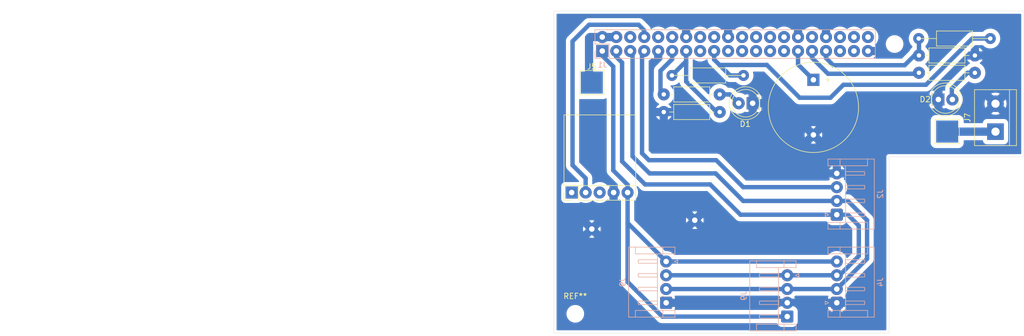
<source format=kicad_pcb>
(kicad_pcb (version 20240108) (generator "pcbnew") (generator_version "8.0")
  (layers (0 "F.Cu" signal) (31 "B.Cu" signal) (34 "B.Paste" user) (35 "F.Paste" user) (36 "B.SilkS" user "B.Silkscreen") (37 "F.SilkS" user "F.Silkscreen") (38 "B.Mask" user) (39 "F.Mask" user) (44 "Edge.Cuts" user))
  (net 0 "")
  (net 1 "GPIO5")
  (net 2 "GPIO13")
  (net 3 "Net-(D1-A)")
  (net 5 "Net-(D2-A)")
  (net 6 "+3.3V")
  (net 7 "TX")
  (net 9 "RX")
  (net 10 "GND")
  (net 13 "GPIO6")
  (net 17 "GPIO27")
  (net 20 "GPIO17")
  (net 21 "+5V")
  (net 23 "SDA")
  (net 28 "SCL")
  (net 33 "GPIO4")
  (net 35 "Net-(J5-Pin_1)")
  (footprint "Library_komsos:MountingHole_2.2mm_M2" (layer "F.Cu") (at 149.5 102)
    (property "Reference" "REF**" (at 0 -3.2 0) (layer "F.SilkS"))
    (property "Value" "MountingHole_2.2mm_M2")
    (pad "" np_thru_hole circle (at 0 0) (size 2.2 2.2) (drill 2.2) (layers "F&B.Cu" "*.Mask") (clearance 0.5))
  )
  (footprint "Library_komsos:TestPoint_Pad_4.0x4.0mm_KOSMOS" (layer "F.Cu") (at 152.5 60)
    (property "Reference" "J5" (at 0 -2.898 0) (layer "F.SilkS"))
    (property "Value" "Conn_01x01_Socket_Solder_Pad" (hide yes))
    (fp_line (start -2.2 -2.2) (end 2.2 -2.2) (stroke (width 0.12)) (layer "F.SilkS"))
    (fp_line (start -2.2 2.2) (end -2.2 -2.2) (stroke (width 0.12)) (layer "F.SilkS"))
    (fp_line (start 2.2 -2.2) (end 2.2 2.2) (stroke (width 0.12)) (layer "F.SilkS"))
    (fp_line (start 2.2 2.2) (end -2.2 2.2) (stroke (width 0.12)) (layer "F.SilkS"))
    (pad "1" smd rect (at 0 0) (size 4 4) (layers "B.Cu" "B.Mask") (net 35 "Net-(J5-Pin_1)") (clearance 1))
  )
  (footprint "" (layer "F.Cu") (at 171.2 85)
    (property "Reference" "" (at 0 0 0) (layer "F.SilkS") (effects (font (size 1.27 1.27))))
    (property "Value" "")
    (pad "2" thru_hole circle (at 0 0 270) (size 2.2 2.2) (drill 1) (layers "*.Cu" "*.Mask") (net 10 "GND"))
  )
  (footprint "Library_komsos:R_Axial_DIN0207_L6.3mm_D2.5mm_P10.16mm_Horizontal_v2.2mm" (layer "F.Cu") (at 211.92 58.225)
    (property "Reference" "R2" (hide yes))
    (property "Value" "260")
    (fp_line (start 1.04 0) (end 1.81 0) (stroke (width 0.12)) (layer "F.SilkS"))
    (fp_line (start 1.81 -1.37) (end 1.81 1.37) (stroke (width 0.12)) (layer "F.SilkS"))
    (fp_line (start 1.81 1.37) (end 8.35 1.37) (stroke (width 0.12)) (layer "F.SilkS"))
    (fp_line (start 8.35 -1.37) (end 1.81 -1.37) (stroke (width 0.12)) (layer "F.SilkS"))
    (fp_line (start 8.35 1.37) (end 8.35 -1.37) (stroke (width 0.12)) (layer "F.SilkS"))
    (fp_line (start 9.12 0) (end 8.35 0) (stroke (width 0.12)) (layer "F.SilkS"))
    (pad "1" thru_hole oval (at 0 0) (size 2.2 2.2) (drill 0.8) (layers "*.Cu" "*.Mask") (net 13 "GPIO6"))
    (pad "2" thru_hole oval (at 10.16 0) (size 2.2 2.2) (drill 0.8) (layers "*.Cu" "*.Mask") (net 5 "Net-(D2-A)"))
  )
  (footprint "Library_komsos:R_Axial_DIN0207_L6.3mm_D2.5mm_P13.24mm_Horizontal_v2mm" (layer "F.Cu") (at 211.88 52)
    (property "Reference" "SW2" (hide yes))
    (property "Value" "SW_OFF")
    (fp_line (start -0.08 0) (end 3.23 0) (stroke (width 0.12)) (layer "F.SilkS"))
    (fp_line (start 3.23 -1.37) (end 3.23 1.37) (stroke (width 0.12)) (layer "F.SilkS"))
    (fp_line (start 3.23 1.37) (end 9.77 1.37) (stroke (width 0.12)) (layer "F.SilkS"))
    (fp_line (start 9.77 -1.37) (end 3.23 -1.37) (stroke (width 0.12)) (layer "F.SilkS"))
    (fp_line (start 9.77 1.37) (end 9.77 -1.37) (stroke (width 0.12)) (layer "F.SilkS"))
    (fp_line (start 13 0) (end 9.795 0) (stroke (width 0.12)) (layer "F.SilkS"))
    (pad "1" thru_hole circle (at 0 0) (size 2 2) (drill 0.8) (layers "*.Cu" "*.Mask") (net 2 "GPIO13"))
    (pad "2" thru_hole oval (at 13 0) (size 2 2) (drill 0.8) (layers "*.Cu" "*.Mask") (net 6 "+3.3V"))
  )
  (footprint "Library_komsos:R_Axial_DIN0207_L6.3mm_D2.5mm_P13.24mm_Horizontal_v2mm" (layer "F.Cu") (at 167.05 58.7)
    (property "Reference" "SW1" (hide yes))
    (property "Value" "SW_REC")
    (fp_line (start -0.08 0) (end 3.23 0) (stroke (width 0.12)) (layer "F.SilkS"))
    (fp_line (start 3.23 -1.37) (end 3.23 1.37) (stroke (width 0.12)) (layer "F.SilkS"))
    (fp_line (start 3.23 1.37) (end 9.77 1.37) (stroke (width 0.12)) (layer "F.SilkS"))
    (fp_line (start 9.77 -1.37) (end 3.23 -1.37) (stroke (width 0.12)) (layer "F.SilkS"))
    (fp_line (start 9.77 1.37) (end 9.77 -1.37) (stroke (width 0.12)) (layer "F.SilkS"))
    (fp_line (start 13 0) (end 9.795 0) (stroke (width 0.12)) (layer "F.SilkS"))
    (pad "1" thru_hole circle (at 0 0) (size 2 2) (drill 0.8) (layers "*.Cu" "*.Mask") (net 17 "GPIO27"))
    (pad "2" thru_hole oval (at 13 0) (size 2 2) (drill 0.8) (layers "*.Cu" "*.Mask") (net 6 "+3.3V"))
  )
  (footprint "Library_komsos:TerminalBlock_bornier-2_P5.08mm_v3mm" (layer "F.Cu") (at 225.825 68.915 90)
    (property "Reference" "J7" (at 2.54 -5.08 90) (layer "F.SilkS"))
    (property "Value" "Alim_Principale")
    (fp_line (start 7.62 -3.81) (end -2.54 -3.81) (stroke (width 0.12)) (layer "F.SilkS"))
    (fp_line (start -2.54 -3.81) (end -2.54 3.81) (stroke (width 0.12)) (layer "F.SilkS"))
    (fp_line (start 7.62 2.54) (end -2.54 2.54) (stroke (width 0.12)) (layer "F.SilkS"))
    (fp_line (start 7.62 3.81) (end 7.62 -3.81) (stroke (width 0.12)) (layer "F.SilkS"))
    (fp_line (start -2.54 3.81) (end 7.62 3.81) (stroke (width 0.12)) (layer "F.SilkS"))
    (pad "1" thru_hole rect (at 0 0 90) (size 3 3) (drill 1.5) (layers "*.Cu" "*.Mask") (net 21 "+5V"))
    (pad "2" thru_hole circle (at 5.08 0 90) (size 3 3) (drill 1.5) (layers "*.Cu" "*.Mask") (net 10 "GND"))
  )
  (footprint "Library_komsos:Buzzer_D16.8_H8.2_P10_v2.2" (layer "F.Cu") (at 192.75 59.5 -90)
    (property "Reference" "BZ1" (hide yes))
    (property "Value" "Buzzer")
    (fp_circle (center 5 0) (end 13.2 0) (stroke (width 0.12)) (fill none) (layer "F.SilkS"))
    (fp_text user "+" (at 0 -2.54 90) (layer "F.SilkS"))
    (pad "1" thru_hole rect (at 0 0 270) (size 2.2 2.2) (drill 1) (layers "*.Cu" "*.Mask") (net 1 "GPIO5"))
    (pad "2" thru_hole circle (at 10 0 270) (size 2.2 2.2) (drill 1) (layers "*.Cu" "*.Mask") (net 10 "GND"))
  )
  (footprint "Library_komsos:GPS_BDS_BeiDou_Dual_Module_v2.2mm" (layer "F.Cu") (at 148.84 79.97 90)
    (property "Reference" "IC1" (hide yes))
    (property "Value" "Module_GPS")
    (fp_line (start 14.1 -1.4) (end 1.27 -1.4) (stroke (width 0.12)) (layer "F.SilkS"))
    (fp_line (start 1.27 -1.4) (end 1.27 1.27) (stroke (width 0.12)) (layer "F.SilkS"))
    (fp_line (start 0 -1.4) (end -1.4 -1.4) (stroke (width 0.12)) (layer "F.SilkS"))
    (fp_line (start -1.4 -1.4) (end -1.4 0) (stroke (width 0.12)) (layer "F.SilkS"))
    (fp_line (start 1.27 1.27) (end -1.4 1.27) (stroke (width 0.12)) (layer "F.SilkS"))
    (fp_line (start 1.27 1.27) (end 1.27 11.63) (stroke (width 0.12)) (layer "F.SilkS"))
    (fp_line (start -1.4 1.27) (end -1.4 11.63) (stroke (width 0.12)) (layer "F.SilkS"))
    (fp_line (start 14.1 11.63) (end 14.1 -1.4) (stroke (width 0.12)) (layer "F.SilkS"))
    (fp_line (start -1.4 11.63) (end 14.1 11.63) (stroke (width 0.12)) (layer "F.SilkS"))
    (pad "1" thru_hole rect (at 0 0 90) (size 2.2 2.2) (drill 1) (layers "*.Cu" "*.Mask" "B.Adhes"))
    (pad "2" thru_hole oval (at 0 2.54 90) (size 2.2 2.2) (drill 1) (layers "*.Cu" "*.Mask") (net 7 "TX"))
    (pad "3" thru_hole oval (at 0 5.08 90) (size 2.2 2.2) (drill 1) (layers "*.Cu" "*.Mask") (net 9 "RX"))
    (pad "4" thru_hole oval (at 0 7.62 90) (size 2.2 2.2) (drill 1) (layers "*.Cu" "*.Mask") (net 10 "GND"))
    (pad "5" thru_hole oval (at 0 10.16 90) (size 2.2 2.2) (drill 1) (layers "*.Cu" "*.Mask") (net 6 "+3.3V"))
  )
  (footprint "Library_komsos:LED_D5.0mm_v2.2mm" (layer "F.Cu") (at 181.715 63.75 180)
    (property "Reference" "D1" (at 1.34 -3.775 0) (layer "F.SilkS"))
    (property "Value" "LED_verte")
    (fp_line (start -1.29 -1.545) (end -1.29 1.545) (stroke (width 0.12)) (layer "F.SilkS"))
    (fp_arc (start 4.26 -0.000462) (mid 2.072002 2.880433) (end -1.29 1.54483) (stroke (width 0.12)) (layer "F.SilkS"))
    (fp_arc (start -1.29 -1.54483) (mid 2.072002 -2.880433) (end 4.26 0.000462) (stroke (width 0.12)) (layer "F.SilkS"))
    (fp_circle (center 1.27 0) (end 3.77 0) (stroke (width 0.12)) (fill none) (layer "F.SilkS"))
    (pad "1" thru_hole rect (at 0 0 180) (size 2.2 2.2) (drill 1) (layers "*.Cu" "*.Mask") (net 10 "GND"))
    (pad "2" thru_hole circle (at 2.54 0 180) (size 2.2 2.2) (drill 1) (layers "*.Cu" "*.Mask") (net 3 "Net-(D1-A)"))
  )
  (footprint "Library_komsos:MountingHole_2.2mm_M2" (layer "F.Cu") (at 207.5 53)
    (property "Reference" "REF**" (hide yes))
    (property "Value" "MountingHole_2.2mm_M2")
    (pad "" np_thru_hole circle (at 0 0) (size 2.2 2.2) (drill 2.2) (layers "F&B.Cu" "*.Mask") (clearance 0.5))
  )
  (footprint "Library_komsos:LED_D5.0mm_v2.2mm" (layer "F.Cu") (at 215.45 63.075)
    (property "Reference" "D2" (at -2.4 -0.025 0) (layer "F.SilkS"))
    (property "Value" "LED_rouge")
    (fp_line (start -1.29 -1.545) (end -1.29 1.545) (stroke (width 0.12)) (layer "F.SilkS"))
    (fp_arc (start -1.29 -1.54483) (mid 2.072002 -2.880433) (end 4.26 0.000462) (stroke (width 0.12)) (layer "F.SilkS"))
    (fp_arc (start 4.26 -0.000462) (mid 2.072002 2.880433) (end -1.29 1.54483) (stroke (width 0.12)) (layer "F.SilkS"))
    (fp_circle (center 1.27 0) (end 3.77 0) (stroke (width 0.12)) (fill none) (layer "F.SilkS"))
    (pad "1" thru_hole rect (at 0 0) (size 2.2 2.2) (drill 1) (layers "*.Cu" "*.Mask") (net 10 "GND"))
    (pad "2" thru_hole circle (at 2.54 0) (size 2.2 2.2) (drill 1) (layers "*.Cu" "*.Mask") (net 5 "Net-(D2-A)"))
  )
  (footprint "" (layer "F.Cu") (at 152.5 86.6)
    (property "Reference" "" (at 0 0 0) (layer "F.SilkS") (effects (font (size 1.27 1.27))))
    (property "Value" "")
    (pad "2" thru_hole circle (at 0 0 270) (size 2.2 2.2) (drill 1) (layers "*.Cu" "*.Mask") (net 10 "GND"))
  )
  (footprint "Library_komsos:TestPoint_Pad_4.0x4.0mm_KOSMOS" (layer "F.Cu") (at 217.05 68.9)
    (property "Reference" "J6" (hide yes))
    (property "Value" "Conn_01x01_Socket_Solder_Pad" (hide yes))
    (fp_line (start -2.2 -2.2) (end 2.2 -2.2) (stroke (width 0.12)) (layer "F.SilkS"))
    (fp_line (start -2.2 2.2) (end -2.2 -2.2) (stroke (width 0.12)) (layer "F.SilkS"))
    (fp_line (start 2.2 -2.2) (end 2.2 2.2) (stroke (width 0.12)) (layer "F.SilkS"))
    (fp_line (start 2.2 2.2) (end -2.2 2.2) (stroke (width 0.12)) (layer "F.SilkS"))
    (pad "1" smd rect (at 0 0) (size 4 4) (layers "B.Cu" "B.Mask") (net 21 "+5V") (clearance 1))
  )
  (footprint "Library_komsos:R_Axial_DIN0207_L6.3mm_D2.5mm_P10.16mm_Horizontal_v2.2mm" (layer "F.Cu") (at 211.925 55.075)
    (property "Reference" "R4" (hide yes))
    (property "Value" "10k")
    (fp_line (start 1.04 0) (end 1.81 0) (stroke (width 0.12)) (layer "F.SilkS"))
    (fp_line (start 1.81 -1.37) (end 1.81 1.37) (stroke (width 0.12)) (layer "F.SilkS"))
    (fp_line (start 1.81 1.37) (end 8.35 1.37) (stroke (width 0.12)) (layer "F.SilkS"))
    (fp_line (start 8.35 -1.37) (end 1.81 -1.37) (stroke (width 0.12)) (layer "F.SilkS"))
    (fp_line (start 8.35 1.37) (end 8.35 -1.37) (stroke (width 0.12)) (layer "F.SilkS"))
    (fp_line (start 9.12 0) (end 8.35 0) (stroke (width 0.12)) (layer "F.SilkS"))
    (pad "1" thru_hole oval (at 0 0) (size 2.2 2.2) (drill 0.8) (layers "*.Cu" "*.Mask") (net 2 "GPIO13"))
    (pad "2" thru_hole oval (at 10.16 0) (size 2.2 2.2) (drill 0.8) (layers "*.Cu" "*.Mask") (net 10 "GND"))
  )
  (footprint "Library_komsos:R_Axial_DIN0207_L6.3mm_D2.5mm_P10.16mm_Horizontal_v2.2mm" (layer "F.Cu") (at 175.73 65.35 180)
    (property "Reference" "R3" (hide yes))
    (property "Value" "10k")
    (fp_line (start 9.12 0) (end 8.35 0) (stroke (width 0.12)) (layer "F.SilkS"))
    (fp_line (start 8.35 1.37) (end 8.35 -1.37) (stroke (width 0.12)) (layer "F.SilkS"))
    (fp_line (start 8.35 -1.37) (end 1.81 -1.37) (stroke (width 0.12)) (layer "F.SilkS"))
    (fp_line (start 1.81 1.37) (end 8.35 1.37) (stroke (width 0.12)) (layer "F.SilkS"))
    (fp_line (start 1.81 -1.37) (end 1.81 1.37) (stroke (width 0.12)) (layer "F.SilkS"))
    (fp_line (start 1.04 0) (end 1.81 0) (stroke (width 0.12)) (layer "F.SilkS"))
    (pad "1" thru_hole oval (at 0 0 180) (size 2.2 2.2) (drill 0.8) (layers "*.Cu" "*.Mask") (net 17 "GPIO27"))
    (pad "2" thru_hole oval (at 10.16 0 180) (size 2.2 2.2) (drill 0.8) (layers "*.Cu" "*.Mask") (net 10 "GND"))
  )
  (footprint "Library_komsos:R_Axial_DIN0207_L6.3mm_D2.5mm_P10.16mm_Horizontal_v2.2mm" (layer "F.Cu") (at 165.57 62.15)
    (property "Reference" "R1" (hide yes))
    (property "Value" "260")
    (fp_line (start 1.04 0) (end 1.81 0) (stroke (width 0.12)) (layer "F.SilkS"))
    (fp_line (start 1.81 -1.37) (end 1.81 1.37) (stroke (width 0.12)) (layer "F.SilkS"))
    (fp_line (start 1.81 1.37) (end 8.35 1.37) (stroke (width 0.12)) (layer "F.SilkS"))
    (fp_line (start 8.35 -1.37) (end 1.81 -1.37) (stroke (width 0.12)) (layer "F.SilkS"))
    (fp_line (start 8.35 1.37) (end 8.35 -1.37) (stroke (width 0.12)) (layer "F.SilkS"))
    (fp_line (start 9.12 0) (end 8.35 0) (stroke (width 0.12)) (layer "F.SilkS"))
    (pad "1" thru_hole oval (at 0 0) (size 2.2 2.2) (drill 0.8) (layers "*.Cu" "*.Mask") (net 20 "GPIO17"))
    (pad "2" thru_hole oval (at 10.16 0) (size 2.2 2.2) (drill 0.8) (layers "*.Cu" "*.Mask") (net 3 "Net-(D1-A)"))
  )
  (footprint "Library_komsos:JST_EH_S4B-EH_1x04_P2.50mm_Horizontal_kosmos" (layer "B.Cu") (at 166 92.5 -90)
    (property "Reference" "J9" (at 3.75 7.9 90) (layer "B.SilkS") (effects (justify mirror)))
    (property "Value" "Capteur_Lux")
    (fp_line (start -2.61 6.81) (end -2.61 -1.61) (stroke (width 0.12)) (layer "B.SilkS"))
    (fp_line (start 10.11 6.81) (end -2.61 6.81) (stroke (width 0.12)) (layer "B.SilkS"))
    (fp_line (start -1.39 5.59) (end -2.61 5.59) (stroke (width 0.12)) (layer "B.SilkS"))
    (fp_line (start 8.89 5.59) (end 10.11 5.59) (stroke (width 0.12)) (layer "B.SilkS"))
    (fp_line (start 0 5.09) (end -0.32 5.01) (stroke (width 0.12)) (layer "B.SilkS"))
    (fp_line (start 2.5 5.09) (end 2.18 5.01) (stroke (width 0.12)) (layer "B.SilkS"))
    (fp_line (start 5 5.09) (end 4.68 5.01) (stroke (width 0.12)) (layer "B.SilkS"))
    (fp_line (start 7.5 5.09) (end 7.18 5.01) (stroke (width 0.12)) (layer "B.SilkS"))
    (fp_line (start -0.32 5.01) (end -0.32 1.59) (stroke (width 0.12)) (layer "B.SilkS"))
    (fp_line (start 0.32 5.01) (end 0 5.09) (stroke (width 0.12)) (layer "B.SilkS"))
    (fp_line (start 2.18 5.01) (end 2.18 1.59) (stroke (width 0.12)) (layer "B.SilkS"))
    (fp_line (start 2.82 5.01) (end 2.5 5.09) (stroke (width 0.12)) (layer "B.SilkS"))
    (fp_line (start 4.68 5.01) (end 4.68 1.59) (stroke (width 0.12)) (layer "B.SilkS"))
    (fp_line (start 5.32 5.01) (end 5 5.09) (stroke (width 0.12)) (layer "B.SilkS"))
    (fp_line (start 7.18 5.01) (end 7.18 1.59) (stroke (width 0.12)) (layer "B.SilkS"))
    (fp_line (start 7.82 5.01) (end 7.5 5.09) (stroke (width 0.12)) (layer "B.SilkS"))
    (fp_line (start -0.32 1.59) (end 0 1.59) (stroke (width 0.12)) (layer "B.SilkS"))
    (fp_line (start 0 1.59) (end 0.32 1.59) (stroke (width 0.12)) (layer "B.SilkS"))
    (fp_line (start 0.32 1.59) (end 0.32 5.01) (stroke (width 0.12)) (layer "B.SilkS"))
    (fp_line (start 2.18 1.59) (end 2.5 1.59) (stroke (width 0.12)) (layer "B.SilkS"))
    (fp_line (start 2.5 1.59) (end 2.82 1.59) (stroke (width 0.12)) (layer "B.SilkS"))
    (fp_line (start 2.82 1.59) (end 2.82 5.01) (stroke (width 0.12)) (layer "B.SilkS"))
    (fp_line (start 4.68 1.59) (end 5 1.59) (stroke (width 0.12)) (layer "B.SilkS"))
    (fp_line (start 5 1.59) (end 5.32 1.59) (stroke (width 0.12)) (layer "B.SilkS"))
    (fp_line (start 5.32 1.59) (end 5.32 5.01) (stroke (width 0.12)) (layer "B.SilkS"))
    (fp_line (start 7.18 1.59) (end 7.5 1.59) (stroke (width 0.12)) (layer "B.SilkS"))
    (fp_line (start 7.5 1.59) (end 7.82 1.59) (stroke (width 0.12)) (layer "B.SilkS"))
    (fp_line (start 7.82 1.59) (end 7.82 5.01) (stroke (width 0.12)) (layer "B.SilkS"))
    (fp_line (start 8.89 1.59) (end -1.39 1.59) (stroke (width 0.12)) (layer "B.SilkS"))
    (fp_line (start -2.61 0.59) (end -1.39 0.59) (stroke (width 0.12)) (layer "B.SilkS"))
    (fp_line (start -1.39 0.59) (end -1.39 5.59) (stroke (width 0.12)) (layer "B.SilkS"))
    (fp_line (start 1.33 0.59) (end 1.17 0.59) (stroke (width 0.12)) (layer "B.SilkS"))
    (fp_line (start 3.83 0.59) (end 3.67 0.59) (stroke (width 0.12)) (layer "B.SilkS"))
    (fp_line (start 6.33 0.59) (end 6.17 0.59) (stroke (width 0.12)) (layer "B.SilkS"))
    (fp_line (start 8.89 0.59) (end 8.89 5.59) (stroke (width 0.12)) (layer "B.SilkS"))
    (fp_line (start 8.89 0.59) (end 8.89 -1.61) (stroke (width 0.12)) (layer "B.SilkS"))
    (fp_line (start 10.11 0.59) (end 8.89 0.59) (stroke (width 0.12)) (layer "B.SilkS"))
    (fp_line (start 0 -1.5) (end 0.3 -2.1) (stroke (width 0.12)) (layer "B.SilkS"))
    (fp_line (start -2.61 -1.61) (end -1.39 -1.61) (stroke (width 0.12)) (layer "B.SilkS"))
    (fp_line (start -1.39 -1.61) (end -1.39 0.59) (stroke (width 0.12)) (layer "B.SilkS"))
    (fp_line (start 8.89 -1.61) (end 10.11 -1.61) (stroke (width 0.12)) (layer "B.SilkS"))
    (fp_line (start 10.11 -1.61) (end 10.11 6.81) (stroke (width 0.12)) (layer "B.SilkS"))
    (fp_line (start -0.3 -2.1) (end 0 -1.5) (stroke (width 0.12)) (layer "B.SilkS"))
    (fp_line (start 0.3 -2.1) (end -0.3 -2.1) (stroke (width 0.12)) (layer "B.SilkS"))
    (pad "1" thru_hole circle (at 0 0 270) (size 2.2 2.2) (drill 1) (layers "*.Cu" "*.Mask") (net 6 "+3.3V"))
    (pad "2" thru_hole oval (at 2.5 0 270) (size 2.2 2.2) (drill 1) (layers "*.Cu" "*.Mask") (net 23 "SDA"))
    (pad "3" thru_hole oval (at 5 0 270) (size 2.2 2.2) (drill 1) (layers "*.Cu" "*.Mask") (net 28 "SCL"))
    (pad "4" thru_hole roundrect (at 7.5 0 270) (size 2.2 2.2) (drill 1) (layers "*.Cu" "*.Mask") (roundrect_rratio 0.1136363636) (net 10 "GND"))
  )
  (footprint "Library_komsos:JST_EH_S4B-EH_1x04_P2.50mm_Horizontal_kosmos" (layer "B.Cu") (at 197 84 90)
    (property "Reference" "J2" (at 3.75 7.9 90) (layer "B.SilkS") (effects (justify mirror)))
    (property "Value" "Arduino_Motor")
    (fp_line (start 0.3 -2.1) (end -0.3 -2.1) (stroke (width 0.12)) (layer "B.SilkS"))
    (fp_line (start -0.3 -2.1) (end 0 -1.5) (stroke (width 0.12)) (layer "B.SilkS"))
    (fp_line (start 10.11 -1.61) (end 10.11 6.81) (stroke (width 0.12)) (layer "B.SilkS"))
    (fp_line (start 8.89 -1.61) (end 10.11 -1.61) (stroke (width 0.12)) (layer "B.SilkS"))
    (fp_line (start -1.39 -1.61) (end -1.39 0.59) (stroke (width 0.12)) (layer "B.SilkS"))
    (fp_line (start -2.61 -1.61) (end -1.39 -1.61) (stroke (width 0.12)) (layer "B.SilkS"))
    (fp_line (start 0 -1.5) (end 0.3 -2.1) (stroke (width 0.12)) (layer "B.SilkS"))
    (fp_line (start 10.11 0.59) (end 8.89 0.59) (stroke (width 0.12)) (layer "B.SilkS"))
    (fp_line (start 8.89 0.59) (end 8.89 -1.61) (stroke (width 0.12)) (layer "B.SilkS"))
    (fp_line (start 8.89 0.59) (end 8.89 5.59) (stroke (width 0.12)) (layer "B.SilkS"))
    (fp_line (start 6.33 0.59) (end 6.17 0.59) (stroke (width 0.12)) (layer "B.SilkS"))
    (fp_line (start 3.83 0.59) (end 3.67 0.59) (stroke (width 0.12)) (layer "B.SilkS"))
    (fp_line (start 1.33 0.59) (end 1.17 0.59) (stroke (width 0.12)) (layer "B.SilkS"))
    (fp_line (start -1.39 0.59) (end -1.39 5.59) (stroke (width 0.12)) (layer "B.SilkS"))
    (fp_line (start -2.61 0.59) (end -1.39 0.59) (stroke (width 0.12)) (layer "B.SilkS"))
    (fp_line (start 8.89 1.59) (end -1.39 1.59) (stroke (width 0.12)) (layer "B.SilkS"))
    (fp_line (start 7.82 1.59) (end 7.82 5.01) (stroke (width 0.12)) (layer "B.SilkS"))
    (fp_line (start 7.5 1.59) (end 7.82 1.59) (stroke (width 0.12)) (layer "B.SilkS"))
    (fp_line (start 7.18 1.59) (end 7.5 1.59) (stroke (width 0.12)) (layer "B.SilkS"))
    (fp_line (start 5.32 1.59) (end 5.32 5.01) (stroke (width 0.12)) (layer "B.SilkS"))
    (fp_line (start 5 1.59) (end 5.32 1.59) (stroke (width 0.12)) (layer "B.SilkS"))
    (fp_line (start 4.68 1.59) (end 5 1.59) (stroke (width 0.12)) (layer "B.SilkS"))
    (fp_line (start 2.82 1.59) (end 2.82 5.01) (stroke (width 0.12)) (layer "B.SilkS"))
    (fp_line (start 2.5 1.59) (end 2.82 1.59) (stroke (width 0.12)) (layer "B.SilkS"))
    (fp_line (start 2.18 1.59) (end 2.5 1.59) (stroke (width 0.12)) (layer "B.SilkS"))
    (fp_line (start 0.32 1.59) (end 0.32 5.01) (stroke (width 0.12)) (layer "B.SilkS"))
    (fp_line (start 0 1.59) (end 0.32 1.59) (stroke (width 0.12)) (layer "B.SilkS"))
    (fp_line (start -0.32 1.59) (end 0 1.59) (stroke (width 0.12)) (layer "B.SilkS"))
    (fp_line (start 7.82 5.01) (end 7.5 5.09) (stroke (width 0.12)) (layer "B.SilkS"))
    (fp_line (start 7.18 5.01) (end 7.18 1.59) (stroke (width 0.12)) (layer "B.SilkS"))
    (fp_line (start 5.32 5.01) (end 5 5.09) (stroke (width 0.12)) (layer "B.SilkS"))
    (fp_line (start 4.68 5.01) (end 4.68 1.59) (stroke (width 0.12)) (layer "B.SilkS"))
    (fp_line (start 2.82 5.01) (end 2.5 5.09) (stroke (width 0.12)) (layer "B.SilkS"))
    (fp_line (start 2.18 5.01) (end 2.18 1.59) (stroke (width 0.12)) (layer "B.SilkS"))
    (fp_line (start 0.32 5.01) (end 0 5.09) (stroke (width 0.12)) (layer "B.SilkS"))
    (fp_line (start -0.32 5.01) (end -0.32 1.59) (stroke (width 0.12)) (layer "B.SilkS"))
    (fp_line (start 7.5 5.09) (end 7.18 5.01) (stroke (width 0.12)) (layer "B.SilkS"))
    (fp_line (start 5 5.09) (end 4.68 5.01) (stroke (width 0.12)) (layer "B.SilkS"))
    (fp_line (start 2.5 5.09) (end 2.18 5.01) (stroke (width 0.12)) (layer "B.SilkS"))
    (fp_line (start 0 5.09) (end -0.32 5.01) (stroke (width 0.12)) (layer "B.SilkS"))
    (fp_line (start 8.89 5.59) (end 10.11 5.59) (stroke (width 0.12)) (layer "B.SilkS"))
    (fp_line (start -1.39 5.59) (end -2.61 5.59) (stroke (width 0.12)) (layer "B.SilkS"))
    (fp_line (start 10.11 6.81) (end -2.61 6.81) (stroke (width 0.12)) (layer "B.SilkS"))
    (fp_line (start -2.61 6.81) (end -2.61 -1.61) (stroke (width 0.12)) (layer "B.SilkS"))
    (pad "1" thru_hole roundrect (at 0 0 90) (size 2.2 2.2) (drill 1) (layers "*.Cu" "*.Mask") (roundrect_rratio 0.147059) (net 23 "SDA"))
    (pad "2" thru_hole oval (at 2.5 0 90) (size 2.2 2.2) (drill 1) (layers "*.Cu" "*.Mask") (net 28 "SCL"))
    (pad "3" thru_hole oval (at 5 0 90) (size 2.2 2.2) (drill 1) (layers "*.Cu" "*.Mask") (net 33 "GPIO4"))
    (pad "4" thru_hole oval (at 7.5 0 90) (size 2.2 2.2) (drill 1) (layers "*.Cu" "*.Mask") (net 10 "GND"))
  )
  (footprint "Library_komsos:PinSocket_2x20_P2.54mm_Vertical_pad2.2mm" (layer "B.Cu") (at 154.4 54.27 -90)
    (property "Reference" "J1" (at 2.5 0 0) (layer "B.SilkS") (effects (justify mirror)))
    (property "Value" "Raspberry_Pi_2_3")
    (fp_line (start -1.27 1.33) (end -3.87 1.33) (stroke (width 0.12)) (layer "B.SilkS"))
    (fp_line (start 1.33 1.33) (end 0 1.33) (stroke (width 0.12)) (layer "B.SilkS"))
    (fp_line (start 1.33 0) (end 1.33 1.33) (stroke (width 0.12)) (layer "B.SilkS"))
    (fp_line (start -1.27 -1.27) (end -1.27 1.33) (stroke (width 0.12)) (layer "B.SilkS"))
    (fp_line (start 1.33 -1.27) (end -1.27 -1.27) (stroke (width 0.12)) (layer "B.SilkS"))
    (fp_line (start -3.87 -49.59) (end -3.87 1.33) (stroke (width 0.12)) (layer "B.SilkS"))
    (fp_line (start 1.33 -49.59) (end 1.33 -1.27) (stroke (width 0.12)) (layer "B.SilkS"))
    (fp_line (start 1.33 -49.59) (end -3.87 -49.59) (stroke (width 0.12)) (layer "B.SilkS"))
    (pad "1" thru_hole rect (at 0 0 270) (size 2.2 2.2) (drill 1) (layers "*.Cu" "*.Mask") (net 6 "+3.3V"))
    (pad "2" thru_hole oval (at -2.54 0 270) (size 2.2 2.2) (drill 1) (layers "*.Cu" "*.Mask") (net 35 "Net-(J5-Pin_1)"))
    (pad "3" thru_hole oval (at 0 -2.54 270) (size 2.2 2.2) (drill 1) (layers "*.Cu" "*.Mask") (net 23 "SDA"))
    (pad "4" thru_hole oval (at -2.54 -2.54 270) (size 2.2 2.2) (drill 1) (layers "*.Cu" "*.Mask") (net 35 "Net-(J5-Pin_1)"))
    (pad "5" thru_hole oval (at 0 -5.08 270) (size 2.2 2.2) (drill 1) (layers "*.Cu" "*.Mask") (net 28 "SCL"))
    (pad "6" thru_hole oval (at -2.54 -5.08 270) (size 2.2 2.2) (drill 1) (layers "*.Cu" "*.Mask") (net 10 "GND"))
    (pad "7" thru_hole oval (at 0 -7.62 270) (size 2.2 2.2) (drill 1) (layers "*.Cu" "*.Mask") (net 33 "GPIO4"))
    (pad "8" thru_hole oval (at -2.54 -7.62 270) (size 2.2 2.2) (drill 1) (layers "*.Cu" "*.Mask") (net 7 "TX"))
    (pad "9" thru_hole oval (at 0 -10.16 270) (size 2.2 2.2) (drill 1) (layers "*.Cu" "*.Mask") (net 10 "GND"))
    (pad "10" thru_hole oval (at -2.54 -10.16 270) (size 2.2 2.2) (drill 1) (layers "*.Cu" "*.Mask") (net 9 "RX"))
    (pad "11" thru_hole oval (at 0 -12.7 270) (size 2.2 2.2) (drill 1) (layers "*.Cu" "*.Mask") (net 20 "GPIO17"))
    (pad "12" thru_hole oval (at -2.54 -12.7 270) (size 2.2 2.2) (drill 1) (layers "*.Cu" "*.Mask"))
    (pad "13" thru_hole oval (at 0 -15.24 270) (size 2.2 2.2) (drill 1) (layers "*.Cu" "*.Mask") (net 17 "GPIO27"))
    (pad "14" thru_hole oval (at -2.54 -15.24 270) (size 2.2 2.2) (drill 1) (layers "*.Cu" "*.Mask") (net 10 "GND"))
    (pad "15" thru_hole oval (at 0 -17.78 270) (size 2.2 2.2) (drill 1) (layers "*.Cu" "*.Mask"))
    (pad "16" thru_hole oval (at -2.54 -17.78 270) (size 2.2 2.2) (drill 1) (layers "*.Cu" "*.Mask"))
    (pad "17" thru_hole oval (at 0 -20.32 270) (size 2.2 2.2) (drill 1) (layers "*.Cu" "*.Mask") (net 6 "+3.3V"))
    (pad "18" thru_hole oval (at -2.54 -20.32 270) (size 2.2 2.2) (drill 1) (layers "*.Cu" "*.Mask"))
    (pad "19" thru_hole oval (at 0 -22.86 270) (size 2.2 2.2) (drill 1) (layers "*.Cu" "*.Mask"))
    (pad "20" thru_hole oval (at -2.54 -22.86 270) (size 2.2 2.2) (drill 1) (layers "*.Cu" "*.Mask") (net 10 "GND"))
    (pad "21" thru_hole oval (at 0 -25.4 270) (size 2.2 2.2) (drill 1) (layers "*.Cu" "*.Mask"))
    (pad "22" thru_hole oval (at -2.54 -25.4 270) (size 2.2 2.2) (drill 1) (layers "*.Cu" "*.Mask"))
    (pad "23" thru_hole oval (at 0 -27.94 270) (size 2.2 2.2) (drill 1) (layers "*.Cu" "*.Mask"))
    (pad "24" thru_hole oval (at -2.54 -27.94 270) (size 2.2 2.2) (drill 1) (layers "*.Cu" "*.Mask"))
    (pad "25" thru_hole oval (at 0 -30.48 270) (size 2.2 2.2) (drill 1) (layers "*.Cu" "*.Mask") (net 10 "GND"))
    (pad "26" thru_hole oval (at -2.54 -30.48 270) (size 2.2 2.2) (drill 1) (layers "*.Cu" "*.Mask"))
    (pad "27" thru_hole oval (at 0 -33.02 270) (size 2.2 2.2) (drill 1) (layers "*.Cu" "*.Mask"))
    (pad "28" thru_hole oval (at -2.54 -33.02 270) (size 2.2 2.2) (drill 1) (layers "*.Cu" "*.Mask"))
    (pad "29" thru_hole oval (at 0 -35.56 270) (size 2.2 2.2) (drill 1) (layers "*.Cu" "*.Mask") (net 1 "GPIO5"))
    (pad "30" thru_hole oval (at -2.54 -35.56 270) (size 2.2 2.2) (drill 1) (layers "*.Cu" "*.Mask") (net 10 "GND"))
    (pad "31" thru_hole oval (at 0 -38.1 270) (size 2.2 2.2) (drill 1) (layers "*.Cu" "*.Mask") (net 13 "GPIO6"))
    (pad "32" thru_hole oval (at -2.54 -38.1 270) (size 2.2 2.2) (drill 1) (layers "*.Cu" "*.Mask"))
    (pad "33" thru_hole oval (at 0 -40.64 270) (size 2.2 2.2) (drill 1) (layers "*.Cu" "*.Mask") (net 2 "GPIO13"))
    (pad "34" thru_hole oval (at -2.54 -40.64 270) (size 2.2 2.2) (drill 1) (layers "*.Cu" "*.Mask") (net 10 "GND"))
    (pad "35" thru_hole oval (at 0 -43.18 270) (size 2.2 2.2) (drill 1) (layers "*.Cu" "*.Mask"))
    (pad "36" thru_hole oval (at -2.54 -43.18 270) (size 2.2 2.2) (drill 1) (layers "*.Cu" "*.Mask"))
    (pad "37" thru_hole oval (at 0 -45.72 270) (size 2.2 2.2) (drill 1) (layers "*.Cu" "*.Mask"))
    (pad "38" thru_hole oval (at -2.54 -45.72 270) (size 2.2 2.2) (drill 1) (layers "*.Cu" "*.Mask"))
    (pad "39" thru_hole oval (at 0 -48.26 270) (size 2.2 2.2) (drill 1) (layers "*.Cu" "*.Mask") (net 10 "GND"))
    (pad "40" thru_hole oval (at -2.54 -48.26 270) (size 2.2 2.2) (drill 1) (layers "*.Cu" "*.Mask"))
  )
  (footprint "Library_komsos:JST_EH_S4B-EH_1x04_P2.50mm_Horizontal_kosmos" (layer "B.Cu") (at 188 95 -90)
    (property "Reference" "J9" (at 3.75 7.9 90) (layer "B.SilkS") (effects (justify mirror)))
    (property "Value" "Capteur_Magneto")
    (fp_line (start -2.61 6.81) (end -2.61 -1.61) (stroke (width 0.12)) (layer "B.SilkS"))
    (fp_line (start 10.11 6.81) (end -2.61 6.81) (stroke (width 0.12)) (layer "B.SilkS"))
    (fp_line (start -1.39 5.59) (end -2.61 5.59) (stroke (width 0.12)) (layer "B.SilkS"))
    (fp_line (start 8.89 5.59) (end 10.11 5.59) (stroke (width 0.12)) (layer "B.SilkS"))
    (fp_line (start 0 5.09) (end -0.32 5.01) (stroke (width 0.12)) (layer "B.SilkS"))
    (fp_line (start 2.5 5.09) (end 2.18 5.01) (stroke (width 0.12)) (layer "B.SilkS"))
    (fp_line (start 5 5.09) (end 4.68 5.01) (stroke (width 0.12)) (layer "B.SilkS"))
    (fp_line (start 7.5 5.09) (end 7.18 5.01) (stroke (width 0.12)) (layer "B.SilkS"))
    (fp_line (start -0.32 5.01) (end -0.32 1.59) (stroke (width 0.12)) (layer "B.SilkS"))
    (fp_line (start 0.32 5.01) (end 0 5.09) (stroke (width 0.12)) (layer "B.SilkS"))
    (fp_line (start 2.18 5.01) (end 2.18 1.59) (stroke (width 0.12)) (layer "B.SilkS"))
    (fp_line (start 2.82 5.01) (end 2.5 5.09) (stroke (width 0.12)) (layer "B.SilkS"))
    (fp_line (start 4.68 5.01) (end 4.68 1.59) (stroke (width 0.12)) (layer "B.SilkS"))
    (fp_line (start 5.32 5.01) (end 5 5.09) (stroke (width 0.12)) (layer "B.SilkS"))
    (fp_line (start 7.18 5.01) (end 7.18 1.59) (stroke (width 0.12)) (layer "B.SilkS"))
    (fp_line (start 7.82 5.01) (end 7.5 5.09) (stroke (width 0.12)) (layer "B.SilkS"))
    (fp_line (start -0.32 1.59) (end 0 1.59) (stroke (width 0.12)) (layer "B.SilkS"))
    (fp_line (start 0 1.59) (end 0.32 1.59) (stroke (width 0.12)) (layer "B.SilkS"))
    (fp_line (start 0.32 1.59) (end 0.32 5.01) (stroke (width 0.12)) (layer "B.SilkS"))
    (fp_line (start 2.18 1.59) (end 2.5 1.59) (stroke (width 0.12)) (layer "B.SilkS"))
    (fp_line (start 2.5 1.59) (end 2.82 1.59) (stroke (width 0.12)) (layer "B.SilkS"))
    (fp_line (start 2.82 1.59) (end 2.82 5.01) (stroke (width 0.12)) (layer "B.SilkS"))
    (fp_line (start 4.68 1.59) (end 5 1.59) (stroke (width 0.12)) (layer "B.SilkS"))
    (fp_line (start 5 1.59) (end 5.32 1.59) (stroke (width 0.12)) (layer "B.SilkS"))
    (fp_line (start 5.32 1.59) (end 5.32 5.01) (stroke (width 0.12)) (layer "B.SilkS"))
    (fp_line (start 7.18 1.59) (end 7.5 1.59) (stroke (width 0.12)) (layer "B.SilkS"))
    (fp_line (start 7.5 1.59) (end 7.82 1.59) (stroke (width 0.12)) (layer "B.SilkS"))
    (fp_line (start 7.82 1.59) (end 7.82 5.01) (stroke (width 0.12)) (layer "B.SilkS"))
    (fp_line (start 8.89 1.59) (end -1.39 1.59) (stroke (width 0.12)) (layer "B.SilkS"))
    (fp_line (start -2.61 0.59) (end -1.39 0.59) (stroke (width 0.12)) (layer "B.SilkS"))
    (fp_line (start -1.39 0.59) (end -1.39 5.59) (stroke (width 0.12)) (layer "B.SilkS"))
    (fp_line (start 1.33 0.59) (end 1.17 0.59) (stroke (width 0.12)) (layer "B.SilkS"))
    (fp_line (start 3.83 0.59) (end 3.67 0.59) (stroke (width 0.12)) (layer "B.SilkS"))
    (fp_line (start 6.33 0.59) (end 6.17 0.59) (stroke (width 0.12)) (layer "B.SilkS"))
    (fp_line (start 8.89 0.59) (end 8.89 5.59) (stroke (width 0.12)) (layer "B.SilkS"))
    (fp_line (start 8.89 0.59) (end 8.89 -1.61) (stroke (width 0.12)) (layer "B.SilkS"))
    (fp_line (start 10.11 0.59) (end 8.89 0.59) (stroke (width 0.12)) (layer "B.SilkS"))
    (fp_line (start 0 -1.5) (end 0.3 -2.1) (stroke (width 0.12)) (layer "B.SilkS"))
    (fp_line (start -2.61 -1.61) (end -1.39 -1.61) (stroke (width 0.12)) (layer "B.SilkS"))
    (fp_line (start -1.39 -1.61) (end -1.39 0.59) (stroke (width 0.12)) (layer "B.SilkS"))
    (fp_line (start 8.89 -1.61) (end 10.11 -1.61) (stroke (width 0.12)) (layer "B.SilkS"))
    (fp_line (start 10.11 -1.61) (end 10.11 6.81) (stroke (width 0.12)) (layer "B.SilkS"))
    (fp_line (start -0.3 -2.1) (end 0 -1.5) (stroke (width 0.12)) (layer "B.SilkS"))
    (fp_line (start 0.3 -2.1) (end -0.3 -2.1) (stroke (width 0.12)) (layer "B.SilkS"))
    (pad "1" thru_hole circle (at 0 0 270) (size 2.2 2.2) (drill 1) (layers "*.Cu" "*.Mask") (net 23 "SDA"))
    (pad "2" thru_hole oval (at 2.5 0 270) (size 2.2 2.2) (drill 1) (layers "*.Cu" "*.Mask") (net 28 "SCL"))
    (pad "3" thru_hole oval (at 5 0 270) (size 2.2 2.2) (drill 1) (layers "*.Cu" "*.Mask") (net 10 "GND"))
    (pad "4" thru_hole roundrect (at 7.5 0 270) (size 2.2 2.2) (drill 1) (layers "*.Cu" "*.Mask") (roundrect_rratio 0.1136363636) (net 6 "+3.3V"))
  )
  (footprint "Library_komsos:JST_EH_S4B-EH_1x04_P2.50mm_Horizontal_kosmos" (layer "B.Cu") (at 197 100 90)
    (property "Reference" "J4" (at 3.75 7.9 90) (layer "B.SilkS") (effects (justify mirror)))
    (property "Value" "Capteur_Temp")
    (fp_line (start 0.3 -2.1) (end -0.3 -2.1) (stroke (width 0.12)) (layer "B.SilkS"))
    (fp_line (start -0.3 -2.1) (end 0 -1.5) (stroke (width 0.12)) (layer "B.SilkS"))
    (fp_line (start 10.11 -1.61) (end 10.11 6.81) (stroke (width 0.12)) (layer "B.SilkS"))
    (fp_line (start 8.89 -1.61) (end 10.11 -1.61) (stroke (width 0.12)) (layer "B.SilkS"))
    (fp_line (start -1.39 -1.61) (end -1.39 0.59) (stroke (width 0.12)) (layer "B.SilkS"))
    (fp_line (start -2.61 -1.61) (end -1.39 -1.61) (stroke (width 0.12)) (layer "B.SilkS"))
    (fp_line (start 0 -1.5) (end 0.3 -2.1) (stroke (width 0.12)) (layer "B.SilkS"))
    (fp_line (start 10.11 0.59) (end 8.89 0.59) (stroke (width 0.12)) (layer "B.SilkS"))
    (fp_line (start 8.89 0.59) (end 8.89 -1.61) (stroke (width 0.12)) (layer "B.SilkS"))
    (fp_line (start 8.89 0.59) (end 8.89 5.59) (stroke (width 0.12)) (layer "B.SilkS"))
    (fp_line (start 6.33 0.59) (end 6.17 0.59) (stroke (width 0.12)) (layer "B.SilkS"))
    (fp_line (start 3.83 0.59) (end 3.67 0.59) (stroke (width 0.12)) (layer "B.SilkS"))
    (fp_line (start 1.33 0.59) (end 1.17 0.59) (stroke (width 0.12)) (layer "B.SilkS"))
    (fp_line (start -1.39 0.59) (end -1.39 5.59) (stroke (width 0.12)) (layer "B.SilkS"))
    (fp_line (start -2.61 0.59) (end -1.39 0.59) (stroke (width 0.12)) (layer "B.SilkS"))
    (fp_line (start 8.89 1.59) (end -1.39 1.59) (stroke (width 0.12)) (layer "B.SilkS"))
    (fp_line (start 7.82 1.59) (end 7.82 5.01) (stroke (width 0.12)) (layer "B.SilkS"))
    (fp_line (start 7.5 1.59) (end 7.82 1.59) (stroke (width 0.12)) (layer "B.SilkS"))
    (fp_line (start 7.18 1.59) (end 7.5 1.59) (stroke (width 0.12)) (layer "B.SilkS"))
    (fp_line (start 5.32 1.59) (end 5.32 5.01) (stroke (width 0.12)) (layer "B.SilkS"))
    (fp_line (start 5 1.59) (end 5.32 1.59) (stroke (width 0.12)) (layer "B.SilkS"))
    (fp_line (start 4.68 1.59) (end 5 1.59) (stroke (width 0.12)) (layer "B.SilkS"))
    (fp_line (start 2.82 1.59) (end 2.82 5.01) (stroke (width 0.12)) (layer "B.SilkS"))
    (fp_line (start 2.5 1.59) (end 2.82 1.59) (stroke (width 0.12)) (layer "B.SilkS"))
    (fp_line (start 2.18 1.59) (end 2.5 1.59) (stroke (width 0.12)) (layer "B.SilkS"))
    (fp_line (start 0.32 1.59) (end 0.32 5.01) (stroke (width 0.12)) (layer "B.SilkS"))
    (fp_line (start 0 1.59) (end 0.32 1.59) (stroke (width 0.12)) (layer "B.SilkS"))
    (fp_line (start -0.32 1.59) (end 0 1.59) (stroke (width 0.12)) (layer "B.SilkS"))
    (fp_line (start 7.82 5.01) (end 7.5 5.09) (stroke (width 0.12)) (layer "B.SilkS"))
    (fp_line (start 7.18 5.01) (end 7.18 1.59) (stroke (width 0.12)) (layer "B.SilkS"))
    (fp_line (start 5.32 5.01) (end 5 5.09) (stroke (width 0.12)) (layer "B.SilkS"))
    (fp_line (start 4.68 5.01) (end 4.68 1.59) (stroke (width 0.12)) (layer "B.SilkS"))
    (fp_line (start 2.82 5.01) (end 2.5 5.09) (stroke (width 0.12)) (layer "B.SilkS"))
    (fp_line (start 2.18 5.01) (end 2.18 1.59) (stroke (width 0.12)) (layer "B.SilkS"))
    (fp_line (start 0.32 5.01) (end 0 5.09) (stroke (width 0.12)) (layer "B.SilkS"))
    (fp_line (start -0.32 5.01) (end -0.32 1.59) (stroke (width 0.12)) (layer "B.SilkS"))
    (fp_line (start 7.5 5.09) (end 7.18 5.01) (stroke (width 0.12)) (layer "B.SilkS"))
    (fp_line (start 5 5.09) (end 4.68 5.01) (stroke (width 0.12)) (layer "B.SilkS"))
    (fp_line (start 2.5 5.09) (end 2.18 5.01) (stroke (width 0.12)) (layer "B.SilkS"))
    (fp_line (start 0 5.09) (end -0.32 5.01) (stroke (width 0.12)) (layer "B.SilkS"))
    (fp_line (start 8.89 5.59) (end 10.11 5.59) (stroke (width 0.12)) (layer "B.SilkS"))
    (fp_line (start -1.39 5.59) (end -2.61 5.59) (stroke (width 0.12)) (layer "B.SilkS"))
    (fp_line (start 10.11 6.81) (end -2.61 6.81) (stroke (width 0.12)) (layer "B.SilkS"))
    (fp_line (start -2.61 6.81) (end -2.61 -1.61) (stroke (width 0.12)) (layer "B.SilkS"))
    (pad "1" thru_hole roundrect (at 0 0 90) (size 2.2 2.2) (drill 1) (layers "*.Cu" "*.Mask") (roundrect_rratio 0.147059) (net 10 "GND"))
    (pad "2" thru_hole oval (at 2.5 0 90) (size 2.2 2.2) (drill 1) (layers "*.Cu" "*.Mask") (net 28 "SCL"))
    (pad "3" thru_hole oval (at 5 0 90) (size 2.2 2.2) (drill 1) (layers "*.Cu" "*.Mask") (net 23 "SDA"))
    (pad "4" thru_hole oval (at 7.5 0 90) (size 2.2 2.2) (drill 1) (layers "*.Cu" "*.Mask") (net 6 "+3.3V"))
  )
  (gr_line (start 145.6 47) (end 231 47) (stroke (width 0.05)) (layer "Edge.Cuts"))
  (gr_line (start 206.5 73.5) (end 231 73.5) (stroke (width 0.05)) (layer "Edge.Cuts"))
  (gr_line (start 206.5 105.5) (end 206.5 73.5) (stroke (width 0.05)) (layer "Edge.Cuts"))
  (gr_line (start 231 73.5) (end 231 47) (stroke (width 0.05)) (layer "Edge.Cuts"))
  (gr_line (start 145.6 47) (end 145.6 105.5) (stroke (width 0.05)) (layer "Edge.Cuts"))
  (gr_line (start 145.6 105.5) (end 206.5 105.5) (stroke (width 0.05)) (layer "Edge.Cuts"))
  (segment (start 189.96 56.71) (end 192.75 59.5) (width 0.8) (layer "B.Cu") (net 1))
  (segment (start 189.96 54.27) (end 189.96 56.71) (width 0.8) (layer "B.Cu") (net 1))
  (segment (start 196.35 56.85) (end 209.325 56.85) (width 0.8) (layer "B.Cu") (net 2))
  (segment (start 195.04 54.27) (end 195.04 55.54) (width 0.8) (layer "B.Cu") (net 2))
  (segment (start 211.1 55.075) (end 211.925 55.075) (width 0.8) (layer "B.Cu") (net 2))
  (segment (start 211.88 52.02) (end 211.88 52) (width 0.8) (layer "B.Cu") (net 2))
  (segment (start 211.925 55.075) (end 211.925 52.045) (width 0.8) (layer "B.Cu") (net 2))
  (segment (start 195.04 55.54) (end 196.35 56.85) (width 0.8) (layer "B.Cu") (net 2))
  (segment (start 211.925 52.045) (end 211.88 52) (width 0.8) (layer "B.Cu") (net 2))
  (segment (start 209.325 56.85) (end 211.1 55.075) (width 0.8) (layer "B.Cu") (net 2))
  (segment (start 175.73 62.15) (end 177.575 62.15) (width 0.8) (layer "B.Cu") (net 3))
  (segment (start 177.575 62.15) (end 179.175 63.75) (width 0.8) (layer "B.Cu") (net 3))
  (segment (start 220.75 58.225) (end 217.9 61.075) (width 0.8) (layer "B.Cu") (net 5))
  (segment (start 217.9 62.985) (end 217.99 63.075) (width 0.8) (layer "B.Cu") (net 5))
  (segment (start 222.08 58.225) (end 220.75 58.225) (width 0.8) (layer "B.Cu") (net 5))
  (segment (start 217.9 61.075) (end 217.9 62.985) (width 0.8) (layer "B.Cu") (net 5))
  (segment (start 195.85 62.75) (end 190.25 62.75) (width 0.8) (layer "B.Cu") (net 6))
  (segment (start 154.4 55.1) (end 156.4 57.1) (width 0.8) (layer "B.Cu") (net 6))
  (segment (start 174.72 55.82) (end 174.72 54.27) (width 0.8) (layer "B.Cu") (net 6))
  (segment (start 165.295495 102.5) (end 159 96.204505) (width 0.8) (layer "B.Cu") (net 6))
  (segment (start 221.6 52) (end 213.2 60.4) (width 0.8) (layer "B.Cu") (net 6))
  (segment (start 184.3 56.8) (end 175.7 56.8) (width 0.8) (layer "B.Cu") (net 6))
  (segment (start 177.6 58.7) (end 175.7 56.8) (width 0.8) (layer "B.Cu") (net 6))
  (segment (start 180.05 58.7) (end 177.6 58.7) (width 0.8) (layer "B.Cu") (net 6))
  (segment (start 213.2 60.4) (end 198.2 60.4) (width 0.8) (layer "B.Cu") (net 6))
  (segment (start 159 85.5) (end 166 92.5) (width 0.8) (layer "B.Cu") (net 6))
  (segment (start 154.4 54.27) (end 154.4 55.1) (width 0.8) (layer "B.Cu") (net 6))
  (segment (start 187.5 102.5) (end 165.295495 102.5) (width 0.8) (layer "B.Cu") (net 6))
  (segment (start 198.2 60.4) (end 195.85 62.75) (width 0.8) (layer "B.Cu") (net 6))
  (segment (start 159 79.97) (end 159 85.5) (width 0.8) (layer "B.Cu") (net 6))
  (segment (start 156.4 57.1) (end 156.4 75.96) (width 0.8) (layer "B.Cu") (net 6))
  (segment (start 224.88 52) (end 221.6 52) (width 0.8) (layer "B.Cu") (net 6))
  (segment (start 159 78.56) (end 159 79.97) (width 0.8) (layer "B.Cu") (net 6))
  (segment (start 159 96.204505) (end 159 85.5) (width 0.8) (layer "B.Cu") (net 6))
  (segment (start 190.25 62.75) (end 184.3 56.8) (width 0.8) (layer "B.Cu") (net 6))
  (segment (start 166 92.5) (end 197 92.5) (width 0.8) (layer "B.Cu") (net 6))
  (segment (start 175.7 56.8) (end 174.72 55.82) (width 0.8) (layer "B.Cu") (net 6))
  (segment (start 156.4 75.96) (end 159 78.56) (width 0.8) (layer "B.Cu") (net 6))
  (segment (start 151.38 77.38) (end 151.38 79.97) (width 0.8) (layer "B.Cu") (net 7))
  (segment (start 152 49.5) (end 149 52.5) (width 0.8) (layer "B.Cu") (net 7))
  (segment (start 161 49.5) (end 152 49.5) (width 0.8) (layer "B.Cu") (net 7))
  (segment (start 162.02 50.52) (end 161 49.5) (width 0.8) (layer "B.Cu") (net 7))
  (segment (start 149 52.5) (end 149 75) (width 0.8) (layer "B.Cu") (net 7))
  (segment (start 149 75) (end 151.38 77.38) (width 0.8) (layer "B.Cu") (net 7))
  (segment (start 154 79.89) (end 153.92 79.97) (width 0.8) (layer "B.Cu") (net 9))
  (via (at 165.57 65.35) (size 0.6) (drill 0.3) (layers "F.Cu" "B.Cu") (net 10))
  (segment (start 192.5 55.5) (end 195.4 58.4) (width 0.8) (layer "B.Cu") (net 13))
  (segment (start 211.745 58.4) (end 211.92 58.225) (width 0.8) (layer "B.Cu") (net 13))
  (segment (start 192.5 54.27) (end 192.5 55.5) (width 0.8) (layer "B.Cu") (net 13))
  (segment (start 195.4 58.4) (end 211.745 58.4) (width 0.8) (layer "B.Cu") (net 13))
  (segment (start 169.64 59.815) (end 175.175 65.35) (width 0.8) (layer "B.Cu") (net 17))
  (segment (start 169.64 54.27) (end 169.64 56.335) (width 0.8) (layer "B.Cu") (net 17))
  (segment (start 167.05 58.7) (end 169.415 56.335) (width 0.8) (layer "B.Cu") (net 17))
  (segment (start 175.175 65.35) (end 175.73 65.35) (width 0.8) (layer "B.Cu") (net 17))
  (segment (start 169.64 56.335) (end 169.64 59.815) (width 0.8) (layer "B.Cu") (net 17))
  (segment (start 169.415 56.335) (end 169.64 56.335) (width 0.8) (layer "B.Cu") (net 17))
  (segment (start 167.1 54.27) (end 167.1 55.75) (width 0.8) (layer "B.Cu") (net 20))
  (segment (start 164.975 57.875) (end 164.975 61.555) (width 0.8) (layer "B.Cu") (net 20))
  (segment (start 164.975 61.555) (end 165.57 62.15) (width 0.8) (layer "B.Cu") (net 20))
  (segment (start 167.1 55.75) (end 164.975 57.875) (width 0.8) (layer "B.Cu") (net 20))
  (segment (start 225.825 68.915) (end 217.065 68.915) (width 1.5) (layer "B.Cu") (net 21))
  (segment (start 217.065 68.915) (end 217.05 68.9) (width 1.5) (layer "B.Cu") (net 21))
  (segment (start 156.94 54.27) (end 156.94 55.315) (width 0.8) (layer "B.Cu") (net 23))
  (segment (start 158 74.325) (end 162.175 78.5) (width 0.8) (layer "B.Cu") (net 23))
  (segment (start 156.94 55.315) (end 158 56.375) (width 0.8) (layer "B.Cu") (net 23))
  (segment (start 197.5 95) (end 201 91.5) (width 0.8) (layer "B.Cu") (net 23))
  (segment (start 197 95) (end 197.5 95) (width 0.8) (layer "B.Cu") (net 23))
  (segment (start 158 56.375) (end 158 74.325) (width 0.8) (layer "B.Cu") (net 23))
  (segment (start 201 86) (end 199 84) (width 0.8) (layer "B.Cu") (net 23))
  (segment (start 197 95) (end 166 95) (width 0.8) (layer "B.Cu") (net 23))
  (segment (start 162.175 78.5) (end 174 78.5) (width 0.8) (layer "B.Cu") (net 23))
  (segment (start 174 78.5) (end 179.5 84) (width 0.8) (layer "B.Cu") (net 23))
  (segment (start 179.5 84) (end 197 84) (width 0.8) (layer "B.Cu") (net 23))
  (segment (start 199 84) (end 197 84) (width 0.8) (layer "B.Cu") (net 23))
  (segment (start 201 91.5) (end 201 86) (width 0.8) (layer "B.Cu") (net 23))
  (segment (start 197 97.5) (end 202.5 92) (width 0.8) (layer "B.Cu") (net 28))
  (segment (start 159.975 54.765) (end 159.48 54.27) (width 0.8) (layer "B.Cu") (net 28))
  (segment (start 180 81.5) (end 197 81.5) (width 0.8) (layer "B.Cu") (net 28))
  (segment (start 159.9 54.69) (end 159.9 73.4) (width 0.8) (layer "B.Cu") (net 28))
  (segment (start 159.9 73.4) (end 163 76.5) (width 0.8) (layer "B.Cu") (net 28))
  (segment (start 159.48 54.27) (end 159.9 54.69) (width 0.8) (layer "B.Cu") (net 28))
  (segment (start 197 97.5) (end 188.5 97.5) (width 0.8) (layer "B.Cu") (net 28))
  (segment (start 199 81.5) (end 197 81.5) (width 0.8) (layer "B.Cu") (net 28))
  (segment (start 202.5 85) (end 199 81.5) (width 0.8) (layer "B.Cu") (net 28))
  (segment (start 202.5 92) (end 202.5 85) (width 0.8) (layer "B.Cu") (net 28))
  (segment (start 166 97.5) (end 187.5 97.5) (width 0.8) (layer "B.Cu") (net 28))
  (segment (start 163 76.5) (end 175 76.5) (width 0.8) (layer "B.Cu") (net 28))
  (segment (start 175 76.5) (end 180 81.5) (width 0.8) (layer "B.Cu") (net 28))
  (segment (start 161.625 54.665) (end 161.625 72.85) (width 0.8) (layer "B.Cu") (net 33))
  (segment (start 162.875 74.1) (end 175.1 74.1) (width 0.8) (layer "B.Cu") (net 33))
  (segment (start 175.1 74.1) (end 180 79) (width 0.8) (layer "B.Cu") (net 33))
  (segment (start 180 79) (end 197 79) (width 0.8) (layer "B.Cu") (net 33))
  (segment (start 162.02 54.27) (end 161.625 54.665) (width 0.8) (layer "B.Cu") (net 33))
  (segment (start 161.625 72.85) (end 162.875 74.1) (width 0.8) (layer "B.Cu") (net 33))
  (segment (start 152.17 51.73) (end 152 51.9) (width 1.5) (layer "B.Cu") (net 35))
  (segment (start 154.4 51.73) (end 152.17 51.73) (width 1.5) (layer "B.Cu") (net 35))
  (segment (start 156.94 51.73) (end 154.4 51.73) (width 1.5) (layer "B.Cu") (net 35))
  (segment (start 152 51.9) (end 152 59) (width 1.5) (layer "B.Cu") (net 35))
  (segment (start 152 59) (end 153.5 60.5) (width 1.5) (layer "B.Cu") (net 35))
  (zone (net 10) (net_name "GND") (layer "B.Cu") (priority 1) (connect_pads (clearance 0.8)) (min_thickness 0.25) (fill yes (thermal_gap 0.5) (thermal_bridge_width 1.5))
    (polygon (pts (xy 231 105.5) (xy 169 105.5) (xy 145.6 105.7) (xy 145.6 47.2) (xy 231 47)))
  )
)
</source>
